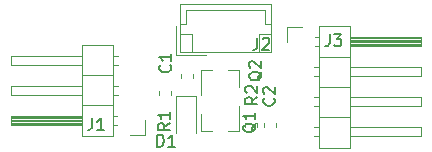
<source format=gbr>
G04 #@! TF.GenerationSoftware,KiCad,Pcbnew,6.0.0-rc1-unknown-da35b16~65~ubuntu18.04.1*
G04 #@! TF.CreationDate,2018-07-20T19:33:13-07:00*
G04 #@! TF.ProjectId,ZProbe,5A50726F62652E6B696361645F706362,rev?*
G04 #@! TF.SameCoordinates,Original*
G04 #@! TF.FileFunction,Legend,Top*
G04 #@! TF.FilePolarity,Positive*
%FSLAX46Y46*%
G04 Gerber Fmt 4.6, Leading zero omitted, Abs format (unit mm)*
G04 Created by KiCad (PCBNEW 6.0.0-rc1-unknown-da35b16~65~ubuntu18.04.1) date Fri Jul 20 19:33:13 2018*
%MOMM*%
%LPD*%
G01*
G04 APERTURE LIST*
%ADD10C,0.120000*%
%ADD11C,0.150000*%
G04 APERTURE END LIST*
D10*
G04 #@! TO.C,C2*
X100790000Y-57175279D02*
X100790000Y-56849721D01*
X101810000Y-57175279D02*
X101810000Y-56849721D01*
G04 #@! TO.C,J2*
X93690000Y-46790000D02*
X93690000Y-50810000D01*
X93690000Y-50810000D02*
X101410000Y-50810000D01*
X101410000Y-50810000D02*
X101410000Y-46790000D01*
X101410000Y-46790000D02*
X93690000Y-46790000D01*
X93690000Y-48500000D02*
X94190000Y-48500000D01*
X94190000Y-48500000D02*
X94190000Y-47290000D01*
X94190000Y-47290000D02*
X100910000Y-47290000D01*
X100910000Y-47290000D02*
X100910000Y-48500000D01*
X100910000Y-48500000D02*
X101410000Y-48500000D01*
X93690000Y-49310000D02*
X94690000Y-49310000D01*
X94690000Y-49310000D02*
X94690000Y-50810000D01*
X101410000Y-49310000D02*
X100410000Y-49310000D01*
X100410000Y-49310000D02*
X100410000Y-50810000D01*
X93390000Y-48610000D02*
X93390000Y-51110000D01*
X93390000Y-51110000D02*
X95890000Y-51110000D01*
G04 #@! TO.C,J1*
X88060000Y-57970000D02*
X88060000Y-50230000D01*
X88060000Y-50230000D02*
X85400000Y-50230000D01*
X85400000Y-50230000D02*
X85400000Y-57970000D01*
X85400000Y-57970000D02*
X88060000Y-57970000D01*
X85400000Y-57020000D02*
X79400000Y-57020000D01*
X79400000Y-57020000D02*
X79400000Y-56260000D01*
X79400000Y-56260000D02*
X85400000Y-56260000D01*
X85400000Y-56960000D02*
X79400000Y-56960000D01*
X85400000Y-56840000D02*
X79400000Y-56840000D01*
X85400000Y-56720000D02*
X79400000Y-56720000D01*
X85400000Y-56600000D02*
X79400000Y-56600000D01*
X85400000Y-56480000D02*
X79400000Y-56480000D01*
X85400000Y-56360000D02*
X79400000Y-56360000D01*
X88390000Y-57020000D02*
X88060000Y-57020000D01*
X88390000Y-56260000D02*
X88060000Y-56260000D01*
X88060000Y-55370000D02*
X85400000Y-55370000D01*
X85400000Y-54480000D02*
X79400000Y-54480000D01*
X79400000Y-54480000D02*
X79400000Y-53720000D01*
X79400000Y-53720000D02*
X85400000Y-53720000D01*
X88457071Y-54480000D02*
X88060000Y-54480000D01*
X88457071Y-53720000D02*
X88060000Y-53720000D01*
X88060000Y-52830000D02*
X85400000Y-52830000D01*
X85400000Y-51940000D02*
X79400000Y-51940000D01*
X79400000Y-51940000D02*
X79400000Y-51180000D01*
X79400000Y-51180000D02*
X85400000Y-51180000D01*
X88457071Y-51940000D02*
X88060000Y-51940000D01*
X88457071Y-51180000D02*
X88060000Y-51180000D01*
X90770000Y-56640000D02*
X90770000Y-57910000D01*
X90770000Y-57910000D02*
X89500000Y-57910000D01*
G04 #@! TO.C,J3*
X105440000Y-48670000D02*
X105440000Y-58950000D01*
X105440000Y-58950000D02*
X108100000Y-58950000D01*
X108100000Y-58950000D02*
X108100000Y-48670000D01*
X108100000Y-48670000D02*
X105440000Y-48670000D01*
X108100000Y-49620000D02*
X114100000Y-49620000D01*
X114100000Y-49620000D02*
X114100000Y-50380000D01*
X114100000Y-50380000D02*
X108100000Y-50380000D01*
X108100000Y-49680000D02*
X114100000Y-49680000D01*
X108100000Y-49800000D02*
X114100000Y-49800000D01*
X108100000Y-49920000D02*
X114100000Y-49920000D01*
X108100000Y-50040000D02*
X114100000Y-50040000D01*
X108100000Y-50160000D02*
X114100000Y-50160000D01*
X108100000Y-50280000D02*
X114100000Y-50280000D01*
X105110000Y-49620000D02*
X105440000Y-49620000D01*
X105110000Y-50380000D02*
X105440000Y-50380000D01*
X105440000Y-51270000D02*
X108100000Y-51270000D01*
X108100000Y-52160000D02*
X114100000Y-52160000D01*
X114100000Y-52160000D02*
X114100000Y-52920000D01*
X114100000Y-52920000D02*
X108100000Y-52920000D01*
X105042929Y-52160000D02*
X105440000Y-52160000D01*
X105042929Y-52920000D02*
X105440000Y-52920000D01*
X105440000Y-53810000D02*
X108100000Y-53810000D01*
X108100000Y-54700000D02*
X114100000Y-54700000D01*
X114100000Y-54700000D02*
X114100000Y-55460000D01*
X114100000Y-55460000D02*
X108100000Y-55460000D01*
X105042929Y-54700000D02*
X105440000Y-54700000D01*
X105042929Y-55460000D02*
X105440000Y-55460000D01*
X105440000Y-56350000D02*
X108100000Y-56350000D01*
X108100000Y-57240000D02*
X114100000Y-57240000D01*
X114100000Y-57240000D02*
X114100000Y-58000000D01*
X114100000Y-58000000D02*
X108100000Y-58000000D01*
X105042929Y-57240000D02*
X105440000Y-57240000D01*
X105042929Y-58000000D02*
X105440000Y-58000000D01*
X102730000Y-50000000D02*
X102730000Y-48730000D01*
X102730000Y-48730000D02*
X104000000Y-48730000D01*
G04 #@! TO.C,C1*
X93802500Y-53062779D02*
X93802500Y-52737221D01*
X94822500Y-53062779D02*
X94822500Y-52737221D01*
G04 #@! TO.C,D1*
X95100000Y-54600000D02*
X93400000Y-54600000D01*
X93400000Y-54600000D02*
X93400000Y-57750000D01*
X95100000Y-54600000D02*
X95100000Y-57750000D01*
G04 #@! TO.C,Q2*
X98680000Y-52340000D02*
X98680000Y-53800000D01*
X95520000Y-52340000D02*
X95520000Y-54500000D01*
X95520000Y-52340000D02*
X96450000Y-52340000D01*
X98680000Y-52340000D02*
X97750000Y-52340000D01*
G04 #@! TO.C,Q1*
X95520000Y-57560000D02*
X96450000Y-57560000D01*
X98680000Y-57560000D02*
X97750000Y-57560000D01*
X98680000Y-57560000D02*
X98680000Y-55400000D01*
X95520000Y-57560000D02*
X95520000Y-56100000D01*
G04 #@! TO.C,R2*
X100210000Y-57175279D02*
X100210000Y-56849721D01*
X99190000Y-57175279D02*
X99190000Y-56849721D01*
G04 #@! TO.C,R1*
X91890000Y-54450279D02*
X91890000Y-54124721D01*
X92910000Y-54450279D02*
X92910000Y-54124721D01*
G04 #@! TO.C,C2*
D11*
X101657142Y-54766666D02*
X101704761Y-54814285D01*
X101752380Y-54957142D01*
X101752380Y-55052380D01*
X101704761Y-55195238D01*
X101609523Y-55290476D01*
X101514285Y-55338095D01*
X101323809Y-55385714D01*
X101180952Y-55385714D01*
X100990476Y-55338095D01*
X100895238Y-55290476D01*
X100800000Y-55195238D01*
X100752380Y-55052380D01*
X100752380Y-54957142D01*
X100800000Y-54814285D01*
X100847619Y-54766666D01*
X100847619Y-54385714D02*
X100800000Y-54338095D01*
X100752380Y-54242857D01*
X100752380Y-54004761D01*
X100800000Y-53909523D01*
X100847619Y-53861904D01*
X100942857Y-53814285D01*
X101038095Y-53814285D01*
X101180952Y-53861904D01*
X101752380Y-54433333D01*
X101752380Y-53814285D01*
G04 #@! TO.C,J2*
X100266666Y-49652380D02*
X100266666Y-50366666D01*
X100219047Y-50509523D01*
X100123809Y-50604761D01*
X99980952Y-50652380D01*
X99885714Y-50652380D01*
X100695238Y-49747619D02*
X100742857Y-49700000D01*
X100838095Y-49652380D01*
X101076190Y-49652380D01*
X101171428Y-49700000D01*
X101219047Y-49747619D01*
X101266666Y-49842857D01*
X101266666Y-49938095D01*
X101219047Y-50080952D01*
X100647619Y-50652380D01*
X101266666Y-50652380D01*
G04 #@! TO.C,J1*
X86266666Y-56452380D02*
X86266666Y-57166666D01*
X86219047Y-57309523D01*
X86123809Y-57404761D01*
X85980952Y-57452380D01*
X85885714Y-57452380D01*
X87266666Y-57452380D02*
X86695238Y-57452380D01*
X86980952Y-57452380D02*
X86980952Y-56452380D01*
X86885714Y-56595238D01*
X86790476Y-56690476D01*
X86695238Y-56738095D01*
G04 #@! TO.C,J3*
X106366666Y-49352380D02*
X106366666Y-50066666D01*
X106319047Y-50209523D01*
X106223809Y-50304761D01*
X106080952Y-50352380D01*
X105985714Y-50352380D01*
X106747619Y-49352380D02*
X107366666Y-49352380D01*
X107033333Y-49733333D01*
X107176190Y-49733333D01*
X107271428Y-49780952D01*
X107319047Y-49828571D01*
X107366666Y-49923809D01*
X107366666Y-50161904D01*
X107319047Y-50257142D01*
X107271428Y-50304761D01*
X107176190Y-50352380D01*
X106890476Y-50352380D01*
X106795238Y-50304761D01*
X106747619Y-50257142D01*
G04 #@! TO.C,C1*
X92857142Y-51966666D02*
X92904761Y-52014285D01*
X92952380Y-52157142D01*
X92952380Y-52252380D01*
X92904761Y-52395238D01*
X92809523Y-52490476D01*
X92714285Y-52538095D01*
X92523809Y-52585714D01*
X92380952Y-52585714D01*
X92190476Y-52538095D01*
X92095238Y-52490476D01*
X92000000Y-52395238D01*
X91952380Y-52252380D01*
X91952380Y-52157142D01*
X92000000Y-52014285D01*
X92047619Y-51966666D01*
X92952380Y-51014285D02*
X92952380Y-51585714D01*
X92952380Y-51300000D02*
X91952380Y-51300000D01*
X92095238Y-51395238D01*
X92190476Y-51490476D01*
X92238095Y-51585714D01*
G04 #@! TO.C,D1*
X91761904Y-58852380D02*
X91761904Y-57852380D01*
X92000000Y-57852380D01*
X92142857Y-57900000D01*
X92238095Y-57995238D01*
X92285714Y-58090476D01*
X92333333Y-58280952D01*
X92333333Y-58423809D01*
X92285714Y-58614285D01*
X92238095Y-58709523D01*
X92142857Y-58804761D01*
X92000000Y-58852380D01*
X91761904Y-58852380D01*
X93285714Y-58852380D02*
X92714285Y-58852380D01*
X93000000Y-58852380D02*
X93000000Y-57852380D01*
X92904761Y-57995238D01*
X92809523Y-58090476D01*
X92714285Y-58138095D01*
G04 #@! TO.C,Q2*
X100647619Y-52520238D02*
X100600000Y-52615476D01*
X100504761Y-52710714D01*
X100361904Y-52853571D01*
X100314285Y-52948809D01*
X100314285Y-53044047D01*
X100552380Y-52996428D02*
X100504761Y-53091666D01*
X100409523Y-53186904D01*
X100219047Y-53234523D01*
X99885714Y-53234523D01*
X99695238Y-53186904D01*
X99600000Y-53091666D01*
X99552380Y-52996428D01*
X99552380Y-52805952D01*
X99600000Y-52710714D01*
X99695238Y-52615476D01*
X99885714Y-52567857D01*
X100219047Y-52567857D01*
X100409523Y-52615476D01*
X100504761Y-52710714D01*
X100552380Y-52805952D01*
X100552380Y-52996428D01*
X99647619Y-52186904D02*
X99600000Y-52139285D01*
X99552380Y-52044047D01*
X99552380Y-51805952D01*
X99600000Y-51710714D01*
X99647619Y-51663095D01*
X99742857Y-51615476D01*
X99838095Y-51615476D01*
X99980952Y-51663095D01*
X100552380Y-52234523D01*
X100552380Y-51615476D01*
G04 #@! TO.C,Q1*
X100147619Y-56895238D02*
X100100000Y-56990476D01*
X100004761Y-57085714D01*
X99861904Y-57228571D01*
X99814285Y-57323809D01*
X99814285Y-57419047D01*
X100052380Y-57371428D02*
X100004761Y-57466666D01*
X99909523Y-57561904D01*
X99719047Y-57609523D01*
X99385714Y-57609523D01*
X99195238Y-57561904D01*
X99100000Y-57466666D01*
X99052380Y-57371428D01*
X99052380Y-57180952D01*
X99100000Y-57085714D01*
X99195238Y-56990476D01*
X99385714Y-56942857D01*
X99719047Y-56942857D01*
X99909523Y-56990476D01*
X100004761Y-57085714D01*
X100052380Y-57180952D01*
X100052380Y-57371428D01*
X100052380Y-55990476D02*
X100052380Y-56561904D01*
X100052380Y-56276190D02*
X99052380Y-56276190D01*
X99195238Y-56371428D01*
X99290476Y-56466666D01*
X99338095Y-56561904D01*
G04 #@! TO.C,R2*
X100252380Y-54666666D02*
X99776190Y-55000000D01*
X100252380Y-55238095D02*
X99252380Y-55238095D01*
X99252380Y-54857142D01*
X99300000Y-54761904D01*
X99347619Y-54714285D01*
X99442857Y-54666666D01*
X99585714Y-54666666D01*
X99680952Y-54714285D01*
X99728571Y-54761904D01*
X99776190Y-54857142D01*
X99776190Y-55238095D01*
X99347619Y-54285714D02*
X99300000Y-54238095D01*
X99252380Y-54142857D01*
X99252380Y-53904761D01*
X99300000Y-53809523D01*
X99347619Y-53761904D01*
X99442857Y-53714285D01*
X99538095Y-53714285D01*
X99680952Y-53761904D01*
X100252380Y-54333333D01*
X100252380Y-53714285D01*
G04 #@! TO.C,R1*
X92852380Y-56866666D02*
X92376190Y-57200000D01*
X92852380Y-57438095D02*
X91852380Y-57438095D01*
X91852380Y-57057142D01*
X91900000Y-56961904D01*
X91947619Y-56914285D01*
X92042857Y-56866666D01*
X92185714Y-56866666D01*
X92280952Y-56914285D01*
X92328571Y-56961904D01*
X92376190Y-57057142D01*
X92376190Y-57438095D01*
X92852380Y-55914285D02*
X92852380Y-56485714D01*
X92852380Y-56200000D02*
X91852380Y-56200000D01*
X91995238Y-56295238D01*
X92090476Y-56390476D01*
X92138095Y-56485714D01*
G04 #@! TD*
M02*

</source>
